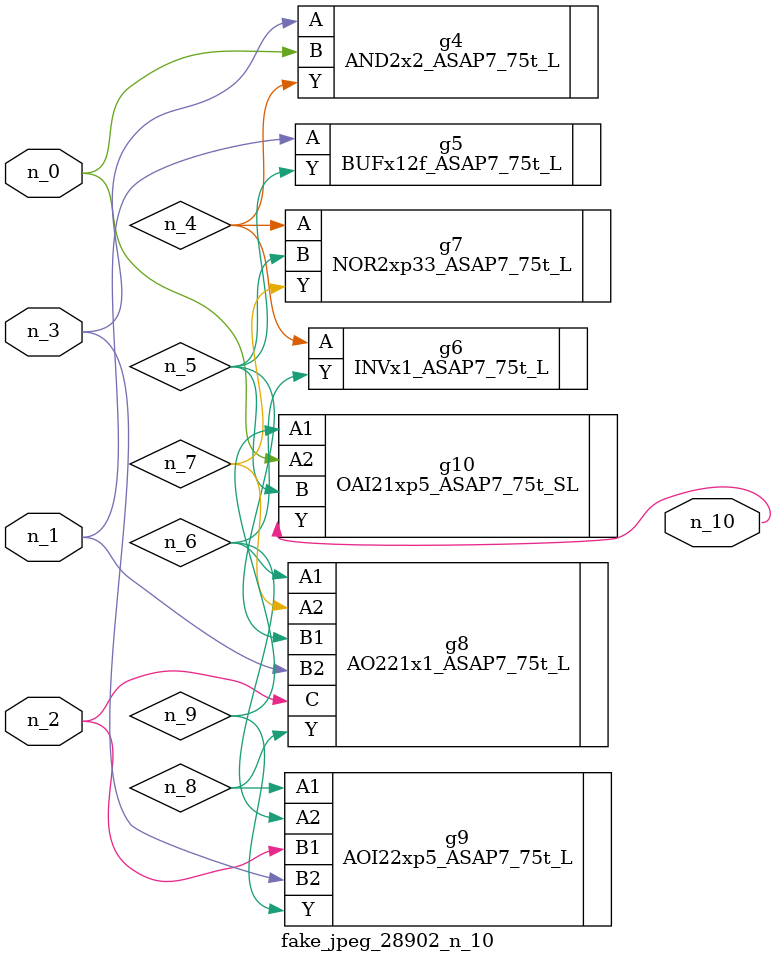
<source format=v>
module fake_jpeg_28902_n_10 (n_0, n_3, n_2, n_1, n_10);

input n_0;
input n_3;
input n_2;
input n_1;

output n_10;

wire n_4;
wire n_8;
wire n_9;
wire n_6;
wire n_5;
wire n_7;

AND2x2_ASAP7_75t_L g4 ( 
.A(n_3),
.B(n_0),
.Y(n_4)
);

BUFx12f_ASAP7_75t_L g5 ( 
.A(n_1),
.Y(n_5)
);

INVx1_ASAP7_75t_L g6 ( 
.A(n_4),
.Y(n_6)
);

AO221x1_ASAP7_75t_L g8 ( 
.A1(n_6),
.A2(n_7),
.B1(n_5),
.B2(n_1),
.C(n_2),
.Y(n_8)
);

NOR2xp33_ASAP7_75t_L g7 ( 
.A(n_4),
.B(n_5),
.Y(n_7)
);

AOI22xp5_ASAP7_75t_L g9 ( 
.A1(n_8),
.A2(n_6),
.B1(n_2),
.B2(n_3),
.Y(n_9)
);

OAI21xp5_ASAP7_75t_SL g10 ( 
.A1(n_9),
.A2(n_0),
.B(n_5),
.Y(n_10)
);


endmodule
</source>
